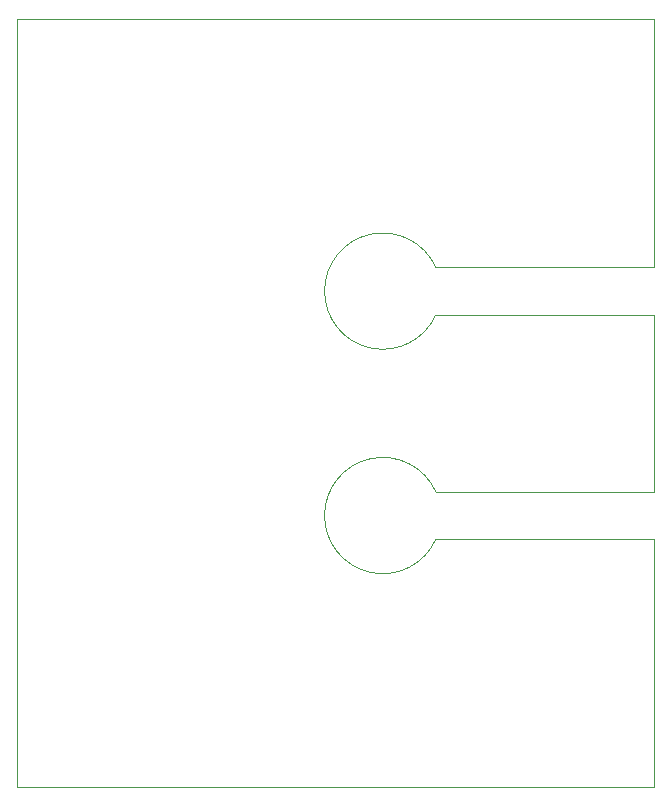
<source format=gbr>
%TF.GenerationSoftware,KiCad,Pcbnew,8.0.6-8.0.6-0~ubuntu20.04.1*%
%TF.CreationDate,2024-11-17T18:25:06+01:00*%
%TF.ProjectId,reaktor51_game,7265616b-746f-4723-9531-5f67616d652e,1*%
%TF.SameCoordinates,Original*%
%TF.FileFunction,Profile,NP*%
%FSLAX46Y46*%
G04 Gerber Fmt 4.6, Leading zero omitted, Abs format (unit mm)*
G04 Created by KiCad (PCBNEW 8.0.6-8.0.6-0~ubuntu20.04.1) date 2024-11-17 18:25:06*
%MOMM*%
%LPD*%
G01*
G04 APERTURE LIST*
%TA.AperFunction,Profile*%
%ADD10C,0.100000*%
%TD*%
G04 APERTURE END LIST*
D10*
X174000000Y-105000000D02*
X155500000Y-105000000D01*
X155499999Y-109000000D02*
G75*
G02*
X155499999Y-105000000I-4499999J2000000D01*
G01*
X174000000Y-109000000D02*
X155500000Y-109000000D01*
X155499999Y-90000000D02*
G75*
G02*
X155499999Y-86000000I-4499999J2000000D01*
G01*
X174000000Y-90000000D02*
X155500000Y-90000000D01*
X174000000Y-86000000D02*
X155500000Y-86000000D01*
X174000000Y-90000000D02*
X174000000Y-105000000D01*
X120000000Y-130000000D02*
X174000000Y-130000000D01*
X174000000Y-109000000D02*
X174000000Y-130000000D01*
X174000000Y-65000000D02*
X174000000Y-86000000D01*
X120000000Y-65000000D02*
X174000000Y-65000000D01*
X120000000Y-130000000D02*
X120000000Y-65000000D01*
M02*

</source>
